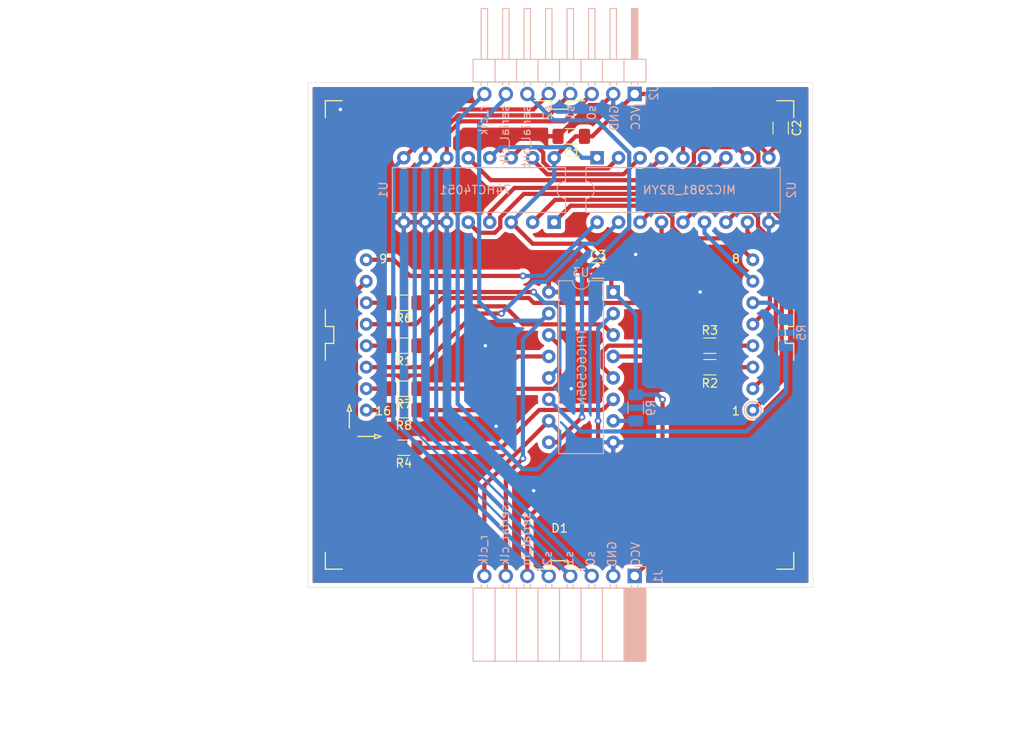
<source format=kicad_pcb>
(kicad_pcb (version 20171130) (host pcbnew "(5.1.8-0-10_14)")
  (layers (0 F.Cu signal) (31 B.Cu signal) (34 B.Paste user) (35 F.Paste user) (36 B.SilkS user) (37 F.SilkS user) (38 B.Mask user) (39 F.Mask user) (44 Edge.Cuts user))
  (net 0 "")
  (net 1 /c7)
  (net 2 /c6)
  (net 3 /b1)
  (net 4 /c0)
  (net 5 /b3)
  (net 6 /c5)
  (net 7 /c3)
  (net 8 /b0)
  (net 9 /b2)
  (net 10 /b5)
  (net 11 /c4)
  (net 12 /b7)
  (net 13 /c2)
  (net 14 /c1)
  (net 15 /b6)
  (net 16 /b4)
  (net 17 /r_clk)
  (net 18 /serial_clk)
  (net 19 /serial_in)
  (net 20 /s2)
  (net 21 /s1)
  (net 22 /s0)
  (net 23 /GND)
  (net 24 /VCC)
  (net 25 /serial_out)
  (net 26 /d0)
  (net 27 /d1)
  (net 28 /d2)
  (net 29 /d3)
  (net 30 /d4)
  (net 31 /d5)
  (net 32 /d6)
  (net 33 /d7)
  (net 34 /a2)
  (net 35 /a1)
  (net 36 /a0)
  (net 37 /a3)
  (net 38 /a5)
  (net 39 /a7)
  (net 40 /a6)
  (net 41 /a4)
  (net 42 "Net-(R9-Pad2)")
  (module "" (layer F.Cu) (at 46.736 28.702)
    (fp_text reference "" (at 55.88 22.225) (layer F.SilkS) (effects (font (size 1.27 1.27))))
    (fp_text value "" (at 55.88 22.225) (layer F.SilkS) (effects (font (size 1.27 1.27))))
  )
  (module "" (layer F.Cu) (at 46.99 79.248)
    (fp_text reference "" (at 55.88 22.225) (layer F.SilkS) (effects (font (size 1.27 1.27))))
    (fp_text value "" (at 55.88 22.225) (layer F.SilkS) (effects (font (size 1.27 1.27))))
  )
  (module "" (layer F.Cu) (at -1.905 16.51)
    (fp_text reference "" (at 55.88 22.225) (layer F.SilkS) (effects (font (size 1.27 1.27))))
    (fp_text value "" (at 55.88 22.225) (layer F.SilkS) (effects (font (size 1.27 1.27))))
    (fp_text user TPIC6C595N (at 52.705 40.64 90) (layer B.SilkS) (effects (justify mirror)))
  )
  (module "" (layer F.Cu) (at 55.88 22.225)
    (fp_text reference "" (at -17.78 13.97) (layer F.SilkS) (effects (font (size 1.27 1.27))))
    (fp_text value "" (at -17.78 13.97) (layer F.SilkS) (effects (font (size 1.27 1.27))))
    (fp_text user 74HCT4051 (at -17.685 13.965 180) (layer B.SilkS) (effects (justify mirror)))
  )
  (module "" (layer F.Cu) (at -17.78 13.97)
    (fp_text reference "" (at 57.035 24.835) (layer F.SilkS) (effects (font (size 1.27 1.27))))
    (fp_text value "" (at 57.035 24.835) (layer F.SilkS) (effects (font (size 1.27 1.27))))
  )
  (module "" (layer F.Cu) (at 5.715 13.97)
    (fp_text reference "" (at 57.035 24.835) (layer F.SilkS) (effects (font (size 1.27 1.27))))
    (fp_text value "" (at 57.035 24.835) (layer F.SilkS) (effects (font (size 1.27 1.27))))
    (fp_text user MIC2981_82YN (at 57.785 22.225) (layer B.SilkS) (effects (justify mirror)))
  )
  (module Connector_PinHeader_2.54mm:PinHeader_1x08_P2.54mm_Horizontal (layer B.Cu) (at 57.035 24.835 90)
    (fp_text reference J2 (at 0.07 2.27 90) (layer B.SilkS) (effects (justify mirror)))
    (fp_text value OUTPUT_CONN)
    (pad 8 thru_hole oval (at 0 -17.78 90) (size 1.7 1.7) (drill 1) (layers *.Cu *.Mask) (net 17 /r_clk))
    (pad 7 thru_hole oval (at 0 -15.24 90) (size 1.7 1.7) (drill 1) (layers *.Cu *.Mask) (net 18 /serial_clk))
    (pad 6 thru_hole oval (at 0 -12.7 90) (size 1.7 1.7) (drill 1) (layers *.Cu *.Mask) (net 25 /serial_out))
    (pad 5 thru_hole oval (at 0 -10.16 90) (size 1.7 1.7) (drill 1) (layers *.Cu *.Mask) (net 20 /s2))
    (pad 4 thru_hole oval (at 0 -7.62 90) (size 1.7 1.7) (drill 1) (layers *.Cu *.Mask) (net 21 /s1))
    (pad 3 thru_hole oval (at 0 -5.08 90) (size 1.7 1.7) (drill 1) (layers *.Cu *.Mask) (net 22 /s0))
    (pad 2 thru_hole oval (at 0 -2.54 90) (size 1.7 1.7) (drill 1) (layers *.Cu *.Mask) (net 23 /GND))
    (pad 1 thru_hole rect (at 0 0 90) (size 1.7 1.7) (drill 1) (layers *.Cu *.Mask) (net 24 /VCC))
  )
  (module led_matrix:LED_8x8_7.62MM_60.2x60.2MM (layer F.Cu) (at 48.145 53.335 180)
    (fp_text reference D1 (at 0 -22.86) (layer F.SilkS))
    (fp_text value DISP_LED_MAT_8x8_COM_ANODE)
    (fp_text user 16 (at 20.86 -9) (layer F.SilkS))
    (fp_text user 8 (at -20.86 9) (layer F.SilkS))
    (fp_text user 9 (at 20.86 9) (layer F.SilkS))
    (fp_text user 1 (at -20.86 -9) (layer F.SilkS))
    (pad 13 thru_hole circle (at 22.86 -1.27 180) (size 1.524 1.524) (drill 0.762) (layers *.Cu *.Mask) (net 4 /c0))
    (pad 7 thru_hole circle (at -22.86 6.35 180) (size 1.524 1.524) (drill 0.762) (layers *.Cu *.Mask) (net 10 /b5))
    (pad 16 thru_hole circle (at 22.86 -8.89 180) (size 1.524 1.524) (drill 0.762) (layers *.Cu *.Mask) (net 1 /c7))
    (pad 1 thru_hole circle (at -22.86 -8.89 180) (size 1.524 1.524) (drill 0.762) (layers *.Cu *.Mask) (net 16 /b4))
    (pad 12 thru_hole circle (at 22.86 1.27 180) (size 1.524 1.524) (drill 0.762) (layers *.Cu *.Mask) (net 5 /b3))
    (pad 3 thru_hole circle (at -22.86 -3.81 180) (size 1.524 1.524) (drill 0.762) (layers *.Cu *.Mask) (net 14 /c1))
    (pad 14 thru_hole circle (at 22.86 -3.81 180) (size 1.524 1.524) (drill 0.762) (layers *.Cu *.Mask) (net 3 /b1))
    (pad 4 thru_hole circle (at -22.86 -1.27 180) (size 1.524 1.524) (drill 0.762) (layers *.Cu *.Mask) (net 13 /c2))
    (pad 6 thru_hole circle (at -22.86 3.81 180) (size 1.524 1.524) (drill 0.762) (layers *.Cu *.Mask) (net 11 /c4))
    (pad 2 thru_hole circle (at -22.86 -6.35 180) (size 1.524 1.524) (drill 0.762) (layers *.Cu *.Mask) (net 15 /b6))
    (pad 15 thru_hole circle (at 22.86 -6.35 180) (size 1.524 1.524) (drill 0.762) (layers *.Cu *.Mask) (net 2 /c6))
    (pad 9 thru_hole circle (at 22.86 8.89 180) (size 1.524 1.524) (drill 0.762) (layers *.Cu *.Mask) (net 8 /b0))
    (pad 5 thru_hole circle (at -22.86 1.27 180) (size 1.524 1.524) (drill 0.762) (layers *.Cu *.Mask) (net 12 /b7))
    (pad 10 thru_hole circle (at 22.86 6.35 180) (size 1.524 1.524) (drill 0.762) (layers *.Cu *.Mask) (net 7 /c3))
    (pad 8 thru_hole circle (at -22.86 8.89 180) (size 1.524 1.524) (drill 0.762) (layers *.Cu *.Mask) (net 9 /b2))
    (pad 11 thru_hole circle (at 22.86 3.81 180) (size 1.524 1.524) (drill 0.762) (layers *.Cu *.Mask) (net 6 /c5))
  )
  (module Connector_PinSocket_2.54mm:PinSocket_1x08_P2.54mm_Horizontal (layer B.Cu) (at 57.035 81.835 90)
    (fp_text reference J1 (at -0.08 2.77 90) (layer B.SilkS) (effects (justify mirror)))
    (fp_text value INPUT_CONN)
    (pad 8 thru_hole oval (at 0 -17.78 90) (size 1.7 1.7) (drill 1) (layers *.Cu *.Mask) (net 17 /r_clk))
    (pad 7 thru_hole oval (at 0 -15.24 90) (size 1.7 1.7) (drill 1) (layers *.Cu *.Mask) (net 18 /serial_clk))
    (pad 6 thru_hole oval (at 0 -12.7 90) (size 1.7 1.7) (drill 1) (layers *.Cu *.Mask) (net 19 /serial_in))
    (pad 5 thru_hole oval (at 0 -10.16 90) (size 1.7 1.7) (drill 1) (layers *.Cu *.Mask) (net 20 /s2))
    (pad 4 thru_hole oval (at 0 -7.62 90) (size 1.7 1.7) (drill 1) (layers *.Cu *.Mask) (net 21 /s1))
    (pad 3 thru_hole oval (at 0 -5.08 90) (size 1.7 1.7) (drill 1) (layers *.Cu *.Mask) (net 22 /s0))
    (pad 2 thru_hole oval (at 0 -2.54 90) (size 1.7 1.7) (drill 1) (layers *.Cu *.Mask) (net 23 /GND))
    (pad 1 thru_hole rect (at 0 0 90) (size 1.7 1.7) (drill 1) (layers *.Cu *.Mask) (net 24 /VCC))
  )
  (module Package_DIP:DIP-18_W7.62mm (layer B.Cu) (at 52.59 32.38 270)
    (fp_text reference U2 (at 3.81 -22.975 270) (layer B.SilkS) (effects (justify mirror)))
    (fp_text value MIC2981_82YN)
    (pad 18 thru_hole oval (at 7.62 0 270) (size 1.6 1.6) (drill 0.8) (layers *.Cu *.Mask) (net 8 /b0))
    (pad 9 thru_hole oval (at 0 -20.32 270) (size 1.6 1.6) (drill 0.8) (layers *.Cu *.Mask) (net 24 /VCC))
    (pad 17 thru_hole oval (at 7.62 -2.54 270) (size 1.6 1.6) (drill 0.8) (layers *.Cu *.Mask) (net 3 /b1))
    (pad 8 thru_hole oval (at 0 -17.78 270) (size 1.6 1.6) (drill 0.8) (layers *.Cu *.Mask) (net 39 /a7))
    (pad 16 thru_hole oval (at 7.62 -5.08 270) (size 1.6 1.6) (drill 0.8) (layers *.Cu *.Mask) (net 9 /b2))
    (pad 7 thru_hole oval (at 0 -15.24 270) (size 1.6 1.6) (drill 0.8) (layers *.Cu *.Mask) (net 40 /a6))
    (pad 15 thru_hole oval (at 7.62 -7.62 270) (size 1.6 1.6) (drill 0.8) (layers *.Cu *.Mask) (net 5 /b3))
    (pad 6 thru_hole oval (at 0 -12.7 270) (size 1.6 1.6) (drill 0.8) (layers *.Cu *.Mask) (net 38 /a5))
    (pad 14 thru_hole oval (at 7.62 -10.16 270) (size 1.6 1.6) (drill 0.8) (layers *.Cu *.Mask) (net 16 /b4))
    (pad 5 thru_hole oval (at 0 -10.16 270) (size 1.6 1.6) (drill 0.8) (layers *.Cu *.Mask) (net 41 /a4))
    (pad 13 thru_hole oval (at 7.62 -12.7 270) (size 1.6 1.6) (drill 0.8) (layers *.Cu *.Mask) (net 10 /b5))
    (pad 4 thru_hole oval (at 0 -7.62 270) (size 1.6 1.6) (drill 0.8) (layers *.Cu *.Mask) (net 37 /a3))
    (pad 12 thru_hole oval (at 7.62 -15.24 270) (size 1.6 1.6) (drill 0.8) (layers *.Cu *.Mask) (net 15 /b6))
    (pad 3 thru_hole oval (at 0 -5.08 270) (size 1.6 1.6) (drill 0.8) (layers *.Cu *.Mask) (net 34 /a2))
    (pad 11 thru_hole oval (at 7.62 -17.78 270) (size 1.6 1.6) (drill 0.8) (layers *.Cu *.Mask) (net 12 /b7))
    (pad 2 thru_hole oval (at 0 -2.54 270) (size 1.6 1.6) (drill 0.8) (layers *.Cu *.Mask) (net 35 /a1))
    (pad 10 thru_hole oval (at 7.62 -20.32 270) (size 1.6 1.6) (drill 0.8) (layers *.Cu *.Mask) (net 23 /GND))
    (pad 1 thru_hole rect (at 0 0 270) (size 1.6 1.6) (drill 0.8) (layers *.Cu *.Mask) (net 36 /a0))
  )
  (module Resistor_SMD:R_1206_3216Metric_Pad1.30x1.75mm_HandSolder (layer F.Cu) (at 29.73 62.225 180)
    (fp_text reference R8 (at 0 -1.82) (layer F.SilkS))
    (fp_text value 100)
    (pad 2 smd roundrect (at 1.55 0 180) (size 1.3 1.75) (layers F.Cu F.Paste F.Mask) (roundrect_rratio 0.192308) (net 1 /c7))
    (pad 1 smd roundrect (at -1.55 0 180) (size 1.3 1.75) (layers F.Cu F.Paste F.Mask) (roundrect_rratio 0.192308) (net 33 /d7))
  )
  (module Resistor_SMD:R_1206_3216Metric_Pad1.30x1.75mm_HandSolder (layer F.Cu) (at 29.73 59.69 180)
    (fp_text reference R7 (at 0 -1.82) (layer F.SilkS))
    (fp_text value 100)
    (pad 2 smd roundrect (at 1.55 0 180) (size 1.3 1.75) (layers F.Cu F.Paste F.Mask) (roundrect_rratio 0.192308) (net 2 /c6))
    (pad 1 smd roundrect (at -1.55 0 180) (size 1.3 1.75) (layers F.Cu F.Paste F.Mask) (roundrect_rratio 0.192308) (net 32 /d6))
  )
  (module Resistor_SMD:R_1206_3216Metric_Pad1.30x1.75mm_HandSolder (layer F.Cu) (at 29.73 49.53 180)
    (fp_text reference R6 (at 0 -1.82) (layer F.SilkS))
    (fp_text value 100)
    (pad 2 smd roundrect (at 1.55 0 180) (size 1.3 1.75) (layers F.Cu F.Paste F.Mask) (roundrect_rratio 0.192308) (net 6 /c5))
    (pad 1 smd roundrect (at -1.55 0 180) (size 1.3 1.75) (layers F.Cu F.Paste F.Mask) (roundrect_rratio 0.192308) (net 31 /d5))
  )
  (module Resistor_SMD:R_1206_3216Metric_Pad1.30x1.75mm_HandSolder (layer B.Cu) (at 74.93 53.06 90)
    (fp_text reference R5 (at 0 1.82 90) (layer B.SilkS) (effects (justify mirror)))
    (fp_text value 100)
    (pad 2 smd roundrect (at 1.55 0 90) (size 1.3 1.75) (layers B.Cu B.Paste B.Mask) (roundrect_rratio 0.192308) (net 11 /c4))
    (pad 1 smd roundrect (at -1.55 0 90) (size 1.3 1.75) (layers B.Cu B.Paste B.Mask) (roundrect_rratio 0.192308) (net 30 /d4))
  )
  (module Resistor_SMD:R_1206_3216Metric_Pad1.30x1.75mm_HandSolder (layer F.Cu) (at 29.73 66.675 180)
    (fp_text reference R4 (at 0 -1.82) (layer F.SilkS))
    (fp_text value 100)
    (pad 2 smd roundrect (at 1.55 0 180) (size 1.3 1.75) (layers F.Cu F.Paste F.Mask) (roundrect_rratio 0.192308) (net 7 /c3))
    (pad 1 smd roundrect (at -1.55 0 180) (size 1.3 1.75) (layers F.Cu F.Paste F.Mask) (roundrect_rratio 0.192308) (net 29 /d3))
  )
  (module Resistor_SMD:R_1206_3216Metric_Pad1.30x1.75mm_HandSolder (layer F.Cu) (at 65.925 54.605)
    (fp_text reference R3 (at 0 -1.82) (layer F.SilkS))
    (fp_text value 100)
    (pad 2 smd roundrect (at 1.55 0) (size 1.3 1.75) (layers F.Cu F.Paste F.Mask) (roundrect_rratio 0.192308) (net 13 /c2))
    (pad 1 smd roundrect (at -1.55 0) (size 1.3 1.75) (layers F.Cu F.Paste F.Mask) (roundrect_rratio 0.192308) (net 28 /d2))
  )
  (module Resistor_SMD:R_1206_3216Metric_Pad1.30x1.75mm_HandSolder (layer F.Cu) (at 65.925 57.15)
    (fp_text reference R2 (at 0 1.905) (layer F.SilkS))
    (fp_text value 100)
    (pad 2 smd roundrect (at 1.55 0) (size 1.3 1.75) (layers F.Cu F.Paste F.Mask) (roundrect_rratio 0.192308) (net 14 /c1))
    (pad 1 smd roundrect (at -1.55 0) (size 1.3 1.75) (layers F.Cu F.Paste F.Mask) (roundrect_rratio 0.192308) (net 27 /d1))
  )
  (module Resistor_SMD:R_1206_3216Metric_Pad1.30x1.75mm_HandSolder (layer F.Cu) (at 29.73 54.605 180)
    (fp_text reference R1 (at 0 -1.82) (layer F.SilkS))
    (fp_text value 100)
    (pad 2 smd roundrect (at 1.55 0 180) (size 1.3 1.75) (layers F.Cu F.Paste F.Mask) (roundrect_rratio 0.192308) (net 4 /c0))
    (pad 1 smd roundrect (at -1.55 0 180) (size 1.3 1.75) (layers F.Cu F.Paste F.Mask) (roundrect_rratio 0.192308) (net 26 /d0))
  )
  (module Resistor_SMD:R_1206_3216Metric_Pad1.30x1.75mm_HandSolder (layer B.Cu) (at 57.15 61.95 270)
    (fp_text reference R9 (at 0 -1.79 270) (layer B.SilkS) (effects (justify mirror)))
    (fp_text value 10k)
    (pad 1 smd roundrect (at -1.55 0 270) (size 1.3 1.75) (layers B.Cu B.Paste B.Mask) (roundrect_rratio 0.192308) (net 24 /VCC))
    (pad 2 smd roundrect (at 1.55 0 270) (size 1.3 1.75) (layers B.Cu B.Paste B.Mask) (roundrect_rratio 0.192308) (net 42 "Net-(R9-Pad2)"))
  )
  (module Capacitor_SMD:C_1206_3216Metric_Pad1.33x1.80mm_HandSolder (layer F.Cu) (at 52.705 45.72)
    (fp_text reference C3 (at 0 -1.85) (layer F.SilkS))
    (fp_text value "100 nF")
    (pad 2 smd roundrect (at 1.5625 0) (size 1.325 1.8) (layers F.Cu F.Paste F.Mask) (roundrect_rratio 0.188679) (net 24 /VCC))
    (pad 1 smd roundrect (at -1.5625 0) (size 1.325 1.8) (layers F.Cu F.Paste F.Mask) (roundrect_rratio 0.188679) (net 23 /GND))
  )
  (module Capacitor_SMD:C_1206_3216Metric_Pad1.33x1.80mm_HandSolder (layer F.Cu) (at 74.295 28.8675 90)
    (fp_text reference C2 (at 0 1.9 90) (layer F.SilkS))
    (fp_text value "100 nF")
    (pad 2 smd roundrect (at 1.5625 0 90) (size 1.325 1.8) (layers F.Cu F.Paste F.Mask) (roundrect_rratio 0.188679) (net 23 /GND))
    (pad 1 smd roundrect (at -1.5625 0 90) (size 1.325 1.8) (layers F.Cu F.Paste F.Mask) (roundrect_rratio 0.188679) (net 24 /VCC))
  )
  (module Capacitor_SMD:C_1206_3216Metric_Pad1.33x1.80mm_HandSolder (layer F.Cu) (at 49.53 29.845)
    (fp_text reference C1 (at 0.115 1.91) (layer F.SilkS))
    (fp_text value "100 nF")
    (pad 2 smd roundrect (at 1.5625 0) (size 1.325 1.8) (layers F.Cu F.Paste F.Mask) (roundrect_rratio 0.188679) (net 24 /VCC))
    (pad 1 smd roundrect (at -1.5625 0) (size 1.325 1.8) (layers F.Cu F.Paste F.Mask) (roundrect_rratio 0.188679) (net 23 /GND))
  )
  (module Package_DIP:DIP-16_W7.62mm (layer B.Cu) (at 54.495 48.255 180)
    (fp_text reference U3 (at 3.81 2.33 180) (layer B.SilkS) (effects (justify mirror)))
    (fp_text value TPIC6C595N)
    (pad 16 thru_hole oval (at 7.62 0 180) (size 1.6 1.6) (drill 0.8) (layers *.Cu *.Mask) (net 23 /GND))
    (pad 8 thru_hole oval (at 0 -17.78 180) (size 1.6 1.6) (drill 0.8) (layers *.Cu *.Mask) (net 23 /GND))
    (pad 15 thru_hole oval (at 7.62 -2.54 180) (size 1.6 1.6) (drill 0.8) (layers *.Cu *.Mask) (net 18 /serial_clk))
    (pad 7 thru_hole oval (at 0 -15.24 180) (size 1.6 1.6) (drill 0.8) (layers *.Cu *.Mask) (net 42 "Net-(R9-Pad2)"))
    (pad 14 thru_hole oval (at 7.62 -5.08 180) (size 1.6 1.6) (drill 0.8) (layers *.Cu *.Mask) (net 33 /d7))
    (pad 6 thru_hole oval (at 0 -12.7 180) (size 1.6 1.6) (drill 0.8) (layers *.Cu *.Mask) (net 29 /d3))
    (pad 13 thru_hole oval (at 7.62 -7.62 180) (size 1.6 1.6) (drill 0.8) (layers *.Cu *.Mask) (net 32 /d6))
    (pad 5 thru_hole oval (at 0 -10.16 180) (size 1.6 1.6) (drill 0.8) (layers *.Cu *.Mask) (net 28 /d2))
    (pad 12 thru_hole oval (at 7.62 -10.16 180) (size 1.6 1.6) (drill 0.8) (layers *.Cu *.Mask) (net 31 /d5))
    (pad 4 thru_hole oval (at 0 -7.62 180) (size 1.6 1.6) (drill 0.8) (layers *.Cu *.Mask) (net 27 /d1))
    (pad 11 thru_hole oval (at 7.62 -12.7 180) (size 1.6 1.6) (drill 0.8) (layers *.Cu *.Mask) (net 30 /d4))
    (pad 3 thru_hole oval (at 0 -5.08 180) (size 1.6 1.6) (drill 0.8) (layers *.Cu *.Mask) (net 26 /d0))
    (pad 10 thru_hole oval (at 7.62 -15.24 180) (size 1.6 1.6) (drill 0.8) (layers *.Cu *.Mask) (net 17 /r_clk))
    (pad 2 thru_hole oval (at 0 -2.54 180) (size 1.6 1.6) (drill 0.8) (layers *.Cu *.Mask) (net 19 /serial_in))
    (pad 9 thru_hole oval (at 7.62 -17.78 180) (size 1.6 1.6) (drill 0.8) (layers *.Cu *.Mask) (net 25 /serial_out))
    (pad 1 thru_hole rect (at 0 0 180) (size 1.6 1.6) (drill 0.8) (layers *.Cu *.Mask) (net 24 /VCC))
  )
  (module Package_DIP:DIP-16_W7.62mm (layer B.Cu) (at 47.51 40 90)
    (fp_text reference U1 (at 3.81 -20.205 270) (layer B.SilkS) (effects (justify mirror)))
    (fp_text value 74HCT4051)
    (pad 1 thru_hole rect (at 0 0 90) (size 1.6 1.6) (drill 0.8) (layers *.Cu *.Mask) (net 41 /a4))
    (pad 9 thru_hole oval (at 7.62 -17.78 90) (size 1.6 1.6) (drill 0.8) (layers *.Cu *.Mask) (net 20 /s2))
    (pad 2 thru_hole oval (at 0 -2.54 90) (size 1.6 1.6) (drill 0.8) (layers *.Cu *.Mask) (net 40 /a6))
    (pad 10 thru_hole oval (at 7.62 -15.24 90) (size 1.6 1.6) (drill 0.8) (layers *.Cu *.Mask) (net 21 /s1))
    (pad 3 thru_hole oval (at 0 -5.08 90) (size 1.6 1.6) (drill 0.8) (layers *.Cu *.Mask) (net 24 /VCC))
    (pad 11 thru_hole oval (at 7.62 -12.7 90) (size 1.6 1.6) (drill 0.8) (layers *.Cu *.Mask) (net 22 /s0))
    (pad 4 thru_hole oval (at 0 -7.62 90) (size 1.6 1.6) (drill 0.8) (layers *.Cu *.Mask) (net 39 /a7))
    (pad 12 thru_hole oval (at 7.62 -10.16 90) (size 1.6 1.6) (drill 0.8) (layers *.Cu *.Mask) (net 37 /a3))
    (pad 5 thru_hole oval (at 0 -10.16 90) (size 1.6 1.6) (drill 0.8) (layers *.Cu *.Mask) (net 38 /a5))
    (pad 13 thru_hole oval (at 7.62 -7.62 90) (size 1.6 1.6) (drill 0.8) (layers *.Cu *.Mask) (net 36 /a0))
    (pad 6 thru_hole oval (at 0 -12.7 90) (size 1.6 1.6) (drill 0.8) (layers *.Cu *.Mask) (net 23 /GND))
    (pad 14 thru_hole oval (at 7.62 -5.08 90) (size 1.6 1.6) (drill 0.8) (layers *.Cu *.Mask) (net 35 /a1))
    (pad 7 thru_hole oval (at 0 -15.24 90) (size 1.6 1.6) (drill 0.8) (layers *.Cu *.Mask) (net 23 /GND))
    (pad 15 thru_hole oval (at 7.62 -2.54 90) (size 1.6 1.6) (drill 0.8) (layers *.Cu *.Mask) (net 34 /a2))
    (pad 8 thru_hole oval (at 0 -17.78 90) (size 1.6 1.6) (drill 0.8) (layers *.Cu *.Mask) (net 23 /GND))
    (pad 16 thru_hole oval (at 7.62 0 90) (size 1.6 1.6) (drill 0.8) (layers *.Cu *.Mask) (net 24 /VCC))
  )
  (gr_text s0 (at 51.943 27.051 90) (layer B.SilkS) (effects (font (size 1 1)) (justify mirror)))
  (gr_text GND (at 54.61 27.686 90) (layer B.SilkS) (effects (font (size 1 1)) (justify mirror)))
  (gr_text serial_out (at 44.196 29.845 90) (layer B.SilkS) (effects (font (size 1 1)) (justify mirror)))
  (gr_text r_clk (at 39.116 27.94 90) (layer B.SilkS) (effects (font (size 1 1)) (justify mirror)))
  (gr_text serial_clk (at 41.656 29.718 90) (layer B.SilkS) (effects (font (size 1 1)) (justify mirror)))
  (gr_text VCC (at 57.15 27.686 90) (layer B.SilkS) (effects (font (size 1 1)) (justify mirror)))
  (gr_text s1 (at 49.403 27.051 90) (layer B.SilkS) (effects (font (size 1 1)) (justify mirror)))
  (gr_text s2 (at 46.736 27.051 90) (layer B.SilkS) (effects (font (size 1 1)) (justify mirror)))
  (gr_text VCC (at 57.15 79.248 90) (layer B.SilkS) (effects (font (size 1 1)) (justify mirror)))
  (gr_text GND (at 54.356 79.248 90) (layer B.SilkS) (effects (font (size 1 1)) (justify mirror)))
  (gr_text s0 (at 51.816 79.756 90) (layer B.SilkS) (effects (font (size 1 1)) (justify mirror)))
  (gr_text s1 (at 49.276 79.756 90) (layer B.SilkS) (effects (font (size 1 1)) (justify mirror)))
  (gr_text s2 (at 46.736 79.756 90) (layer B.SilkS) (effects (font (size 1 1)) (justify mirror)))
  (gr_text serial_in (at 44.196 77.47 90) (layer B.SilkS) (effects (font (size 1 1)) (justify mirror)))
  (gr_text serial_clk (at 41.656 76.962 90) (layer B.SilkS) (effects (font (size 1 1)) (justify mirror)))
  (gr_text r_clk (at 39.116 78.74 90) (layer B.SilkS) (effects (font (size 1 1)) (justify mirror)))
  (gr_line (start 18.415 83.185) (end 18.415 23.495) (layer Edge.Cuts) (width 0.05))
  (gr_line (start 78.105 83.185) (end 18.415 83.185) (layer Edge.Cuts) (width 0.05))
  (gr_line (start 78.105 23.495) (end 78.105 83.185) (layer Edge.Cuts) (width 0.05))
  (gr_line (start 18.415 23.495) (end 78.105 23.495) (layer Edge.Cuts) (width 0.05))
  (segment (start 25.285 62.225) (end 28.18 62.225) (width 0.5) (layer F.Cu) (net 1))
  (segment (start 28.175 59.685) (end 28.18 59.69) (width 0.5) (layer F.Cu) (net 2))
  (segment (start 25.285 59.685) (end 28.175 59.685) (width 0.5) (layer F.Cu) (net 2))
  (segment (start 46.524952 47.05501) (end 51.034962 42.545) (width 0.5) (layer B.Cu) (net 3))
  (segment (start 45.031988 47.05501) (end 46.524952 47.05501) (width 0.5) (layer B.Cu) (net 3))
  (segment (start 52.585 42.545) (end 55.13 40) (width 0.5) (layer B.Cu) (net 3))
  (segment (start 51.034962 42.545) (end 52.585 42.545) (width 0.5) (layer B.Cu) (net 3))
  (segment (start 45.031988 47.05501) (end 42.556998 49.53) (width 0.5) (layer B.Cu) (net 3))
  (segment (start 42.556998 49.53) (end 42.545 49.53) (width 0.5) (layer B.Cu) (net 3))
  (via (at 41.275 50.8) (size 0.8) (drill 0.4) (layers F.Cu B.Cu) (net 3))
  (segment (start 42.545 49.53) (end 41.275 50.8) (width 0.5) (layer B.Cu) (net 3))
  (segment (start 41.275 50.8) (end 38.1 50.8) (width 0.5) (layer F.Cu) (net 3))
  (segment (start 38.1 50.8) (end 31.75 57.15) (width 0.5) (layer F.Cu) (net 3))
  (segment (start 31.745 57.145) (end 25.285 57.145) (width 0.5) (layer F.Cu) (net 3))
  (segment (start 31.75 57.15) (end 31.745 57.145) (width 0.5) (layer F.Cu) (net 3))
  (segment (start 25.285 54.605) (end 28.18 54.605) (width 0.5) (layer F.Cu) (net 4))
  (segment (start 60.21 46.930002) (end 57.595003 49.544999) (width 0.5) (layer F.Cu) (net 5))
  (segment (start 60.21 40) (end 60.21 46.930002) (width 0.5) (layer F.Cu) (net 5))
  (segment (start 45.099999 49.544999) (end 44.51501 48.96001) (width 0.5) (layer F.Cu) (net 5))
  (segment (start 57.595003 49.544999) (end 45.099999 49.544999) (width 0.5) (layer F.Cu) (net 5))
  (segment (start 44.51501 48.96001) (end 34.29 48.96001) (width 0.5) (layer F.Cu) (net 5))
  (segment (start 31.18501 52.065) (end 25.285 52.065) (width 0.5) (layer F.Cu) (net 5))
  (segment (start 34.29 48.96001) (end 31.18501 52.065) (width 0.5) (layer F.Cu) (net 5))
  (segment (start 28.175 49.525) (end 28.18 49.53) (width 0.5) (layer F.Cu) (net 6))
  (segment (start 25.285 49.525) (end 28.175 49.525) (width 0.5) (layer F.Cu) (net 6))
  (segment (start 24.072999 63.217999) (end 27.53 66.675) (width 0.5) (layer F.Cu) (net 7))
  (segment (start 24.072999 48.197001) (end 24.072999 63.217999) (width 0.5) (layer F.Cu) (net 7))
  (segment (start 27.53 66.675) (end 28.18 66.675) (width 0.5) (layer F.Cu) (net 7))
  (segment (start 25.285 46.985) (end 24.072999 48.197001) (width 0.5) (layer F.Cu) (net 7))
  (segment (start 25.285 44.445) (end 28.57 44.445) (width 0.5) (layer F.Cu) (net 8))
  (segment (start 28.57 44.445) (end 30.48 46.355) (width 0.5) (layer F.Cu) (net 8))
  (segment (start 30.48 46.355) (end 43.815 46.355) (width 0.5) (layer F.Cu) (net 8))
  (segment (start 43.815 46.355) (end 43.815 46.355) (width 0.5) (layer F.Cu) (net 8))
  (via (at 43.815 46.355) (size 0.8) (drill 0.4) (layers F.Cu B.Cu) (net 8))
  (segment (start 46.235 46.355) (end 52.59 40) (width 0.5) (layer B.Cu) (net 8))
  (segment (start 43.815 46.355) (end 46.235 46.355) (width 0.5) (layer B.Cu) (net 8))
  (segment (start 61.499999 40.600001) (end 62.809998 41.91) (width 0.5) (layer F.Cu) (net 9))
  (segment (start 61.499999 39.439997) (end 61.499999 40.600001) (width 0.5) (layer F.Cu) (net 9))
  (segment (start 58.920001 38.749999) (end 60.810001 38.749999) (width 0.5) (layer F.Cu) (net 9))
  (segment (start 60.810001 38.749999) (end 61.499999 39.439997) (width 0.5) (layer F.Cu) (net 9))
  (segment (start 57.67 40) (end 58.920001 38.749999) (width 0.5) (layer F.Cu) (net 9))
  (segment (start 68.47 41.91) (end 71.005 44.445) (width 0.5) (layer F.Cu) (net 9))
  (segment (start 62.809998 41.91) (end 68.47 41.91) (width 0.5) (layer F.Cu) (net 9))
  (segment (start 65.29 41.27) (end 65.29 40) (width 0.5) (layer B.Cu) (net 10))
  (segment (start 71.005 46.985) (end 65.29 41.27) (width 0.5) (layer B.Cu) (net 10))
  (segment (start 72.945 49.525) (end 74.93 51.51) (width 0.5) (layer B.Cu) (net 11))
  (segment (start 71.005 49.525) (end 72.945 49.525) (width 0.5) (layer B.Cu) (net 11))
  (segment (start 70.37 40) (end 70.37 41.16) (width 0.5) (layer F.Cu) (net 12))
  (segment (start 70.37 41.16) (end 73.025 43.815) (width 0.5) (layer F.Cu) (net 12))
  (segment (start 73.025 50.045) (end 71.005 52.065) (width 0.5) (layer F.Cu) (net 12))
  (segment (start 73.025 43.815) (end 73.025 50.045) (width 0.5) (layer F.Cu) (net 12))
  (segment (start 67.475 54.605) (end 71.005 54.605) (width 0.5) (layer F.Cu) (net 13))
  (segment (start 71 57.15) (end 71.005 57.145) (width 0.5) (layer F.Cu) (net 14))
  (segment (start 67.475 57.15) (end 71 57.15) (width 0.5) (layer F.Cu) (net 14))
  (segment (start 70.970001 38.749999) (end 69.080001 38.749999) (width 0.5) (layer F.Cu) (net 15))
  (segment (start 71.620001 39.399999) (end 70.970001 38.749999) (width 0.5) (layer F.Cu) (net 15))
  (segment (start 69.080001 38.749999) (end 67.83 40) (width 0.5) (layer F.Cu) (net 15))
  (segment (start 71.620001 40.505001) (end 71.620001 39.399999) (width 0.5) (layer F.Cu) (net 15))
  (segment (start 73.72501 42.61001) (end 71.620001 40.505001) (width 0.5) (layer F.Cu) (net 15))
  (segment (start 73.72501 56.96499) (end 73.72501 42.61001) (width 0.5) (layer F.Cu) (net 15))
  (segment (start 71.005 59.685) (end 73.72501 56.96499) (width 0.5) (layer F.Cu) (net 15))
  (segment (start 72.809991 38.049989) (end 64.700011 38.049989) (width 0.5) (layer F.Cu) (net 16))
  (segment (start 74.42502 39.665018) (end 72.809991 38.049989) (width 0.5) (layer F.Cu) (net 16))
  (segment (start 74.42502 58.80498) (end 74.42502 39.665018) (width 0.5) (layer F.Cu) (net 16))
  (segment (start 64.700011 38.049989) (end 62.75 40) (width 0.5) (layer F.Cu) (net 16))
  (segment (start 71.005 62.225) (end 74.42502 58.80498) (width 0.5) (layer F.Cu) (net 16))
  (segment (start 39.255 71.115) (end 46.875 63.495) (width 0.5) (layer F.Cu) (net 17))
  (segment (start 39.255 81.835) (end 39.255 71.115) (width 0.5) (layer F.Cu) (net 17))
  (segment (start 36.099999 61.488001) (end 43.826998 69.215) (width 0.5) (layer B.Cu) (net 17))
  (segment (start 36.099999 27.990001) (end 36.099999 61.488001) (width 0.5) (layer B.Cu) (net 17))
  (segment (start 39.255 24.835) (end 36.099999 27.990001) (width 0.5) (layer B.Cu) (net 17))
  (segment (start 48.125001 64.745001) (end 46.875 63.495) (width 0.5) (layer B.Cu) (net 17))
  (segment (start 48.125001 66.635001) (end 48.125001 64.745001) (width 0.5) (layer B.Cu) (net 17))
  (segment (start 45.545002 69.215) (end 48.125001 66.635001) (width 0.5) (layer B.Cu) (net 17))
  (segment (start 43.826998 69.215) (end 45.545002 69.215) (width 0.5) (layer B.Cu) (net 17))
  (segment (start 46.875 50.795) (end 43.815 53.855) (width 0.5) (layer B.Cu) (net 18))
  (segment (start 41.795 24.835) (end 41.795 25.285) (width 0.5) (layer B.Cu) (net 18))
  (segment (start 41.795 25.285) (end 38.639999 28.440001) (width 0.5) (layer B.Cu) (net 18))
  (segment (start 43.815 53.855) (end 43.815 53.975) (width 0.5) (layer B.Cu) (net 18))
  (segment (start 43.815 53.975) (end 43.815 67.945) (width 0.5) (layer B.Cu) (net 18))
  (via (at 43.815 67.945) (size 0.8) (drill 0.4) (layers F.Cu B.Cu) (net 18))
  (segment (start 41.795 69.965) (end 43.815 67.945) (width 0.5) (layer F.Cu) (net 18))
  (segment (start 41.795 74.815) (end 41.795 69.965) (width 0.5) (layer F.Cu) (net 18))
  (segment (start 41.795 81.835) (end 41.795 74.815) (width 0.5) (layer F.Cu) (net 18))
  (segment (start 41.795 74.815) (end 41.795 73.775) (width 0.5) (layer F.Cu) (net 18))
  (segment (start 46.019999 51.650001) (end 46.875 50.795) (width 0.5) (layer B.Cu) (net 18))
  (segment (start 40.866999 51.650001) (end 46.019999 51.650001) (width 0.5) (layer B.Cu) (net 18))
  (segment (start 38.639999 49.423001) (end 40.866999 51.650001) (width 0.5) (layer B.Cu) (net 18))
  (segment (start 38.639999 28.440001) (end 38.639999 49.423001) (width 0.5) (layer B.Cu) (net 18))
  (segment (start 44.335 75.68) (end 44.335 81.835) (width 0.5) (layer F.Cu) (net 19))
  (segment (start 44.335 75.045) (end 44.335 75.68) (width 0.5) (layer F.Cu) (net 19))
  (segment (start 54.495 50.795) (end 52.705 52.585) (width 0.5) (layer B.Cu) (net 19))
  (segment (start 52.705 52.585) (end 52.705 63.5) (width 0.5) (layer B.Cu) (net 19))
  (via (at 52.705 63.5) (size 0.8) (drill 0.4) (layers F.Cu B.Cu) (net 19))
  (segment (start 52.705 66.675) (end 44.335 75.045) (width 0.5) (layer F.Cu) (net 19))
  (segment (start 52.705 63.5) (end 52.705 66.675) (width 0.5) (layer F.Cu) (net 19))
  (segment (start 28.479999 63.439999) (end 46.875 81.835) (width 0.5) (layer B.Cu) (net 20))
  (segment (start 28.479999 33.630001) (end 28.479999 63.439999) (width 0.5) (layer B.Cu) (net 20))
  (segment (start 29.73 32.38) (end 28.479999 33.630001) (width 0.5) (layer B.Cu) (net 20))
  (segment (start 29.73 32.38) (end 35.44 26.67) (width 0.5) (layer F.Cu) (net 20))
  (segment (start 45.04 26.67) (end 46.875 24.835) (width 0.5) (layer F.Cu) (net 20))
  (segment (start 35.44 26.67) (end 45.04 26.67) (width 0.5) (layer F.Cu) (net 20))
  (segment (start 32.27 31.865) (end 32.27 32.38) (width 0.5) (layer B.Cu) (net 21))
  (segment (start 31.019999 63.439999) (end 49.415 81.835) (width 0.5) (layer B.Cu) (net 21))
  (segment (start 31.019999 33.630001) (end 31.019999 63.439999) (width 0.5) (layer B.Cu) (net 21))
  (segment (start 32.27 32.38) (end 31.019999 33.630001) (width 0.5) (layer B.Cu) (net 21))
  (segment (start 49.415 24.835) (end 46.87999 27.37001) (width 0.5) (layer F.Cu) (net 21))
  (segment (start 46.87999 27.37001) (end 36.12999 27.37001) (width 0.5) (layer F.Cu) (net 21))
  (segment (start 32.27 31.23) (end 32.27 32.38) (width 0.5) (layer F.Cu) (net 21))
  (segment (start 36.12999 27.37001) (end 32.27 31.23) (width 0.5) (layer F.Cu) (net 21))
  (segment (start 33.559999 33.630001) (end 34.81 32.38) (width 0.5) (layer B.Cu) (net 22))
  (segment (start 33.559999 63.439999) (end 33.559999 33.630001) (width 0.5) (layer B.Cu) (net 22))
  (segment (start 51.955 81.835) (end 33.559999 63.439999) (width 0.5) (layer B.Cu) (net 22))
  (segment (start 36.419942 28.07002) (end 48.71998 28.07002) (width 0.5) (layer F.Cu) (net 22))
  (segment (start 48.71998 28.07002) (end 51.955 24.835) (width 0.5) (layer F.Cu) (net 22))
  (segment (start 34.81 29.679962) (end 36.419942 28.07002) (width 0.5) (layer F.Cu) (net 22))
  (segment (start 34.81 32.38) (end 34.81 29.679962) (width 0.5) (layer F.Cu) (net 22))
  (via (at 64.77 48.26) (size 0.8) (drill 0.4) (layers F.Cu B.Cu) (net 23))
  (via (at 39.37 54.61) (size 0.8) (drill 0.4) (layers F.Cu B.Cu) (net 23))
  (via (at 40.64 64.135) (size 0.8) (drill 0.4) (layers F.Cu B.Cu) (net 23))
  (via (at 45.085 71.755) (size 0.8) (drill 0.4) (layers F.Cu B.Cu) (net 23))
  (via (at 57.15 43.815) (size 0.8) (drill 0.4) (layers F.Cu B.Cu) (net 23))
  (via (at 49.53 59.69) (size 0.8) (drill 0.4) (layers F.Cu B.Cu) (net 23))
  (segment (start 51.677499 26.135001) (end 47.9675 29.845) (width 0.5) (layer F.Cu) (net 23))
  (segment (start 53.194999 26.135001) (end 51.677499 26.135001) (width 0.5) (layer F.Cu) (net 23))
  (segment (start 54.495 24.835) (end 53.194999 26.135001) (width 0.5) (layer F.Cu) (net 23))
  (via (at 22.225 26.67) (size 0.8) (drill 0.4) (layers F.Cu B.Cu) (net 23))
  (segment (start 72.91 32.080035) (end 72.91 32.38) (width 0.5) (layer F.Cu) (net 24))
  (segment (start 47.51 34.92) (end 42.43 40) (width 0.5) (layer B.Cu) (net 24))
  (segment (start 47.51 32.38) (end 47.51 34.92) (width 0.5) (layer B.Cu) (net 24))
  (segment (start 42.43 40.32) (end 42.43 40) (width 0.5) (layer F.Cu) (net 24))
  (segment (start 54.2675 48.0275) (end 54.495 48.255) (width 0.5) (layer F.Cu) (net 24))
  (segment (start 54.2675 45.72) (end 54.2675 48.0275) (width 0.5) (layer F.Cu) (net 24))
  (segment (start 57.15 50.91) (end 54.495 48.255) (width 0.5) (layer B.Cu) (net 24))
  (segment (start 57.15 60.4) (end 57.15 50.91) (width 0.5) (layer B.Cu) (net 24))
  (via (at 60.325 60.96) (size 0.8) (drill 0.4) (layers F.Cu B.Cu) (net 24))
  (segment (start 59.765 60.4) (end 60.325 60.96) (width 0.5) (layer B.Cu) (net 24))
  (segment (start 57.15 60.4) (end 59.765 60.4) (width 0.5) (layer B.Cu) (net 24))
  (segment (start 60.325 78.545) (end 57.035 81.835) (width 0.5) (layer F.Cu) (net 24))
  (segment (start 60.325 60.96) (end 60.325 78.545) (width 0.5) (layer F.Cu) (net 24))
  (segment (start 57.035 24.835) (end 65.664964 24.835) (width 0.5) (layer F.Cu) (net 24))
  (segment (start 69.944982 29.115018) (end 72.91 32.080035) (width 0.5) (layer F.Cu) (net 24))
  (segment (start 65.664964 24.835) (end 69.944982 29.115018) (width 0.5) (layer F.Cu) (net 24))
  (segment (start 68.884965 28.055) (end 69.944982 29.115018) (width 0.5) (layer F.Cu) (net 24))
  (segment (start 54.2675 45.72) (end 53.975 45.72) (width 0.5) (layer F.Cu) (net 24))
  (segment (start 53.975 45.72) (end 50.8 42.545) (width 0.5) (layer F.Cu) (net 24))
  (segment (start 50.045 29.845) (end 47.51 32.38) (width 0.5) (layer F.Cu) (net 24))
  (segment (start 51.0925 29.845) (end 50.045 29.845) (width 0.5) (layer F.Cu) (net 24))
  (segment (start 52.025 29.845) (end 51.0925 29.845) (width 0.5) (layer F.Cu) (net 24))
  (segment (start 57.035 24.835) (end 52.025 29.845) (width 0.5) (layer F.Cu) (net 24))
  (segment (start 44.975 42.545) (end 50.8 42.545) (width 0.5) (layer F.Cu) (net 24))
  (segment (start 42.43 40) (end 44.975 42.545) (width 0.5) (layer F.Cu) (net 24))
  (segment (start 72.91 31.815) (end 74.295 30.43) (width 0.5) (layer F.Cu) (net 24))
  (segment (start 72.91 32.38) (end 72.91 31.815) (width 0.5) (layer F.Cu) (net 24))
  (segment (start 56.380001 40.600001) (end 50.8 46.180002) (width 0.5) (layer B.Cu) (net 25))
  (via (at 50.8 63.055001) (size 0.8) (drill 0.4) (layers F.Cu B.Cu) (net 25))
  (segment (start 50.8 46.180002) (end 50.8 63.055001) (width 0.5) (layer B.Cu) (net 25))
  (segment (start 50.8 63.055001) (end 47.815001 66.04) (width 0.5) (layer F.Cu) (net 25))
  (segment (start 46.88 66.04) (end 46.875 66.035) (width 0.5) (layer F.Cu) (net 25))
  (segment (start 47.815001 66.04) (end 46.88 66.04) (width 0.5) (layer F.Cu) (net 25))
  (segment (start 44.335 24.835) (end 47.44 27.94) (width 0.5) (layer B.Cu) (net 25))
  (segment (start 52.540002 27.94) (end 56.380001 31.779999) (width 0.5) (layer B.Cu) (net 25))
  (segment (start 47.44 27.94) (end 52.540002 27.94) (width 0.5) (layer B.Cu) (net 25))
  (segment (start 56.380001 31.779999) (end 56.380001 39.870001) (width 0.5) (layer B.Cu) (net 25))
  (segment (start 56.380001 39.870001) (end 56.380001 40.600001) (width 0.5) (layer B.Cu) (net 25))
  (segment (start 56.380001 39.399999) (end 56.380001 39.870001) (width 0.5) (layer B.Cu) (net 25))
  (segment (start 54.495 53.335) (end 53.244999 52.084999) (width 0.5) (layer F.Cu) (net 26))
  (segment (start 31.285 54.61) (end 31.28 54.605) (width 0.5) (layer F.Cu) (net 26))
  (segment (start 35.935001 49.949999) (end 31.28 54.605) (width 0.5) (layer F.Cu) (net 26))
  (segment (start 41.683001 49.949999) (end 35.935001 49.949999) (width 0.5) (layer F.Cu) (net 26))
  (segment (start 43.818001 52.084999) (end 41.683001 49.949999) (width 0.5) (layer F.Cu) (net 26))
  (segment (start 53.244999 52.084999) (end 43.818001 52.084999) (width 0.5) (layer F.Cu) (net 26))
  (segment (start 63.1 55.875) (end 64.375 57.15) (width 0.5) (layer F.Cu) (net 27))
  (segment (start 54.495 55.875) (end 63.1 55.875) (width 0.5) (layer F.Cu) (net 27))
  (segment (start 53.244999 57.164999) (end 54.495 58.415) (width 0.5) (layer F.Cu) (net 28))
  (segment (start 53.244999 55.274999) (end 53.244999 57.164999) (width 0.5) (layer F.Cu) (net 28))
  (segment (start 53.914998 54.605) (end 53.244999 55.274999) (width 0.5) (layer F.Cu) (net 28))
  (segment (start 64.375 54.605) (end 53.914998 54.605) (width 0.5) (layer F.Cu) (net 28))
  (segment (start 53.244999 62.205001) (end 54.495 60.955) (width 0.5) (layer F.Cu) (net 29))
  (segment (start 41.275 66.675) (end 45.744999 62.205001) (width 0.5) (layer F.Cu) (net 29))
  (segment (start 45.744999 62.205001) (end 53.244999 62.205001) (width 0.5) (layer F.Cu) (net 29))
  (segment (start 31.28 66.675) (end 41.275 66.675) (width 0.5) (layer F.Cu) (net 29))
  (segment (start 70.278761 64.745001) (end 50.665001 64.745001) (width 0.5) (layer B.Cu) (net 30))
  (segment (start 50.665001 64.745001) (end 46.875 60.955) (width 0.5) (layer B.Cu) (net 30))
  (segment (start 74.93 60.093762) (end 70.278761 64.745001) (width 0.5) (layer B.Cu) (net 30))
  (segment (start 74.93 54.61) (end 74.93 60.093762) (width 0.5) (layer B.Cu) (net 30))
  (segment (start 46.875 58.415) (end 48.125001 57.164999) (width 0.5) (layer B.Cu) (net 31))
  (segment (start 48.125001 50.194999) (end 47.460002 49.53) (width 0.5) (layer B.Cu) (net 31))
  (segment (start 48.125001 57.164999) (end 48.125001 50.194999) (width 0.5) (layer B.Cu) (net 31))
  (segment (start 47.460002 49.53) (end 46.355 49.53) (width 0.5) (layer B.Cu) (net 31))
  (via (at 45.085 48.26) (size 0.8) (drill 0.4) (layers F.Cu B.Cu) (net 31))
  (segment (start 46.355 49.53) (end 45.085 48.26) (width 0.5) (layer B.Cu) (net 31))
  (segment (start 32.55 48.26) (end 31.28 49.53) (width 0.5) (layer F.Cu) (net 31))
  (segment (start 45.085 48.26) (end 32.55 48.26) (width 0.5) (layer F.Cu) (net 31))
  (segment (start 43.185 55.875) (end 46.875 55.875) (width 0.5) (layer F.Cu) (net 32))
  (segment (start 39.37 59.69) (end 43.185 55.875) (width 0.5) (layer F.Cu) (net 32))
  (segment (start 31.28 59.69) (end 39.37 59.69) (width 0.5) (layer F.Cu) (net 32))
  (segment (start 47.435003 59.704999) (end 42.530001 59.704999) (width 0.5) (layer F.Cu) (net 33))
  (segment (start 48.125001 54.585001) (end 48.125001 59.015001) (width 0.5) (layer F.Cu) (net 33))
  (segment (start 48.125001 59.015001) (end 47.435003 59.704999) (width 0.5) (layer F.Cu) (net 33))
  (segment (start 46.875 53.335) (end 48.125001 54.585001) (width 0.5) (layer F.Cu) (net 33))
  (segment (start 40.01 62.225) (end 31.28 62.225) (width 0.5) (layer F.Cu) (net 33))
  (segment (start 42.530001 59.704999) (end 40.01 62.225) (width 0.5) (layer F.Cu) (net 33))
  (segment (start 44.97 32.624963) (end 44.97 32.38) (width 0.5) (layer F.Cu) (net 34))
  (segment (start 46.675048 34.330011) (end 44.97 32.624963) (width 0.5) (layer F.Cu) (net 34))
  (segment (start 55.719989 34.330011) (end 46.675048 34.330011) (width 0.5) (layer F.Cu) (net 34))
  (segment (start 57.67 32.38) (end 55.719989 34.330011) (width 0.5) (layer F.Cu) (net 34))
  (segment (start 46.965001 33.630001) (end 46.220001 32.885001) (width 0.5) (layer F.Cu) (net 35))
  (segment (start 43.680001 31.129999) (end 42.43 32.38) (width 0.5) (layer F.Cu) (net 35))
  (segment (start 46.220001 32.885001) (end 46.220001 31.779999) (width 0.5) (layer F.Cu) (net 35))
  (segment (start 53.879999 33.630001) (end 46.965001 33.630001) (width 0.5) (layer F.Cu) (net 35))
  (segment (start 55.13 32.38) (end 53.879999 33.630001) (width 0.5) (layer F.Cu) (net 35))
  (segment (start 46.220001 31.779999) (end 45.570001 31.129999) (width 0.5) (layer F.Cu) (net 35))
  (segment (start 45.570001 31.129999) (end 43.680001 31.129999) (width 0.5) (layer F.Cu) (net 35))
  (segment (start 52.59 32.38) (end 50.795 32.38) (width 0.5) (layer B.Cu) (net 36))
  (segment (start 41.140001 31.129999) (end 39.89 32.38) (width 0.5) (layer B.Cu) (net 36))
  (segment (start 49.544999 31.129999) (end 41.140001 31.129999) (width 0.5) (layer B.Cu) (net 36))
  (segment (start 50.795 32.38) (end 49.544999 31.129999) (width 0.5) (layer B.Cu) (net 36))
  (segment (start 40.000021 35.030021) (end 37.35 32.38) (width 0.5) (layer F.Cu) (net 37))
  (segment (start 57.559979 35.030021) (end 40.000021 35.030021) (width 0.5) (layer F.Cu) (net 37))
  (segment (start 60.21 32.38) (end 57.559979 35.030021) (width 0.5) (layer F.Cu) (net 37))
  (segment (start 65.29 32.679965) (end 65.29 32.38) (width 0.5) (layer F.Cu) (net 38))
  (segment (start 60.150068 36.649969) (end 60.850078 35.949959) (width 0.5) (layer F.Cu) (net 38))
  (segment (start 43.930029 36.649969) (end 60.150068 36.649969) (width 0.5) (layer F.Cu) (net 38))
  (segment (start 37.35 40) (end 38.600001 41.250001) (width 0.5) (layer F.Cu) (net 38))
  (segment (start 41.140001 39.439997) (end 43.930029 36.649969) (width 0.5) (layer F.Cu) (net 38))
  (segment (start 41.140001 40.600001) (end 41.140001 39.439997) (width 0.5) (layer F.Cu) (net 38))
  (segment (start 62.020006 35.949959) (end 65.29 32.679965) (width 0.5) (layer F.Cu) (net 38))
  (segment (start 38.600001 41.250001) (end 40.490001 41.250001) (width 0.5) (layer F.Cu) (net 38))
  (segment (start 60.850078 35.949959) (end 62.020006 35.949959) (width 0.5) (layer F.Cu) (net 38))
  (segment (start 40.490001 41.250001) (end 41.140001 40.600001) (width 0.5) (layer F.Cu) (net 38))
  (segment (start 39.89 38.86863) (end 39.89 40) (width 0.5) (layer F.Cu) (net 39))
  (segment (start 59.300041 35.949959) (end 42.808671 35.949959) (width 0.5) (layer F.Cu) (net 39))
  (segment (start 64.039999 32.940003) (end 61.730053 35.249949) (width 0.5) (layer F.Cu) (net 39))
  (segment (start 42.808671 35.949959) (end 39.89 38.86863) (width 0.5) (layer F.Cu) (net 39))
  (segment (start 60.000051 35.249949) (end 59.300041 35.949959) (width 0.5) (layer F.Cu) (net 39))
  (segment (start 64.039999 31.779999) (end 64.039999 32.940003) (width 0.5) (layer F.Cu) (net 39))
  (segment (start 61.730053 35.249949) (end 60.000051 35.249949) (width 0.5) (layer F.Cu) (net 39))
  (segment (start 64.689999 31.129999) (end 64.039999 31.779999) (width 0.5) (layer F.Cu) (net 39))
  (segment (start 69.119999 31.129999) (end 64.689999 31.129999) (width 0.5) (layer F.Cu) (net 39))
  (segment (start 70.37 32.38) (end 69.119999 31.129999) (width 0.5) (layer F.Cu) (net 39))
  (segment (start 67.83 32.38) (end 63.560031 36.649969) (width 0.5) (layer F.Cu) (net 40))
  (segment (start 61.140031 36.649969) (end 60.440021 37.349979) (width 0.5) (layer F.Cu) (net 40))
  (segment (start 63.560031 36.649969) (end 61.140031 36.649969) (width 0.5) (layer F.Cu) (net 40))
  (segment (start 47.620021 37.349979) (end 44.97 40) (width 0.5) (layer F.Cu) (net 40))
  (segment (start 60.440021 37.349979) (end 47.620021 37.349979) (width 0.5) (layer F.Cu) (net 40))
  (segment (start 71.659999 31.819997) (end 71.659999 32.940003) (width 0.5) (layer F.Cu) (net 41))
  (segment (start 71.659999 32.940003) (end 67.250023 37.349979) (width 0.5) (layer F.Cu) (net 41))
  (segment (start 62.75 32.38) (end 62.75 30.595) (width 0.5) (layer F.Cu) (net 41))
  (segment (start 69.050002 29.21) (end 71.659999 31.819997) (width 0.5) (layer F.Cu) (net 41))
  (segment (start 64.135 29.21) (end 69.050002 29.21) (width 0.5) (layer F.Cu) (net 41))
  (segment (start 62.75 30.595) (end 64.135 29.21) (width 0.5) (layer F.Cu) (net 41))
  (segment (start 61.710021 37.349979) (end 61.010011 38.049989) (width 0.5) (layer F.Cu) (net 41))
  (segment (start 67.250023 37.349979) (end 61.710021 37.349979) (width 0.5) (layer F.Cu) (net 41))
  (segment (start 49.460011 38.049989) (end 47.51 40) (width 0.5) (layer F.Cu) (net 41))
  (segment (start 61.010011 38.049989) (end 49.460011 38.049989) (width 0.5) (layer F.Cu) (net 41))
  (segment (start 57.145 63.495) (end 57.15 63.5) (width 0.5) (layer B.Cu) (net 42))
  (segment (start 54.495 63.495) (end 57.145 63.495) (width 0.5) (layer B.Cu) (net 42))
  (zone (net 23) (net_name /GND) (layer F.Cu) (connect_pads (clearance 0.508)) (min_thickness 0.254) (fill yes (arc_segments 32) (thermal_gap 0.508) (thermal_bridge_width 0.508))
    (polygon (pts (xy 78.105 83.185) (xy 18.415 83.185) (xy 18.415 23.495) (xy 78.105 23.495)))
  )
  (zone (net 23) (net_name /GND) (layer F.Cu) (connect_pads (clearance 0.508)) (min_thickness 0.254) (fill yes (arc_segments 32) (thermal_gap 0.508) (thermal_bridge_width 0.508))
    (polygon (pts (xy 78.105 83.185) (xy 18.415 83.185) (xy 18.415 23.495) (xy 78.105 23.495)))
  )
  (zone (net 23) (net_name /GND) (layer B.Cu) (connect_pads (clearance 0.508)) (min_thickness 0.254) (fill yes (arc_segments 32) (thermal_gap 0.508) (thermal_bridge_width 0.508))
    (polygon (pts (xy 78.105 83.185) (xy 18.415 83.185) (xy 18.415 23.495) (xy 78.105 23.495)))
  )
)
</source>
